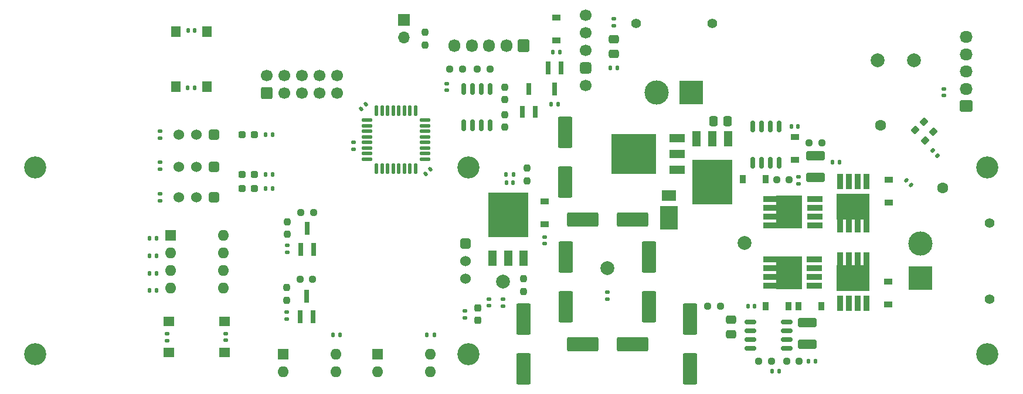
<source format=gbr>
%TF.GenerationSoftware,KiCad,Pcbnew,(6.0.11)*%
%TF.CreationDate,2023-09-13T08:26:01+09:00*%
%TF.ProjectId,MD,4d442e6b-6963-4616-945f-706362585858,rev?*%
%TF.SameCoordinates,Original*%
%TF.FileFunction,Soldermask,Top*%
%TF.FilePolarity,Negative*%
%FSLAX46Y46*%
G04 Gerber Fmt 4.6, Leading zero omitted, Abs format (unit mm)*
G04 Created by KiCad (PCBNEW (6.0.11)) date 2023-09-13 08:26:01*
%MOMM*%
%LPD*%
G01*
G04 APERTURE LIST*
G04 Aperture macros list*
%AMRoundRect*
0 Rectangle with rounded corners*
0 $1 Rounding radius*
0 $2 $3 $4 $5 $6 $7 $8 $9 X,Y pos of 4 corners*
0 Add a 4 corners polygon primitive as box body*
4,1,4,$2,$3,$4,$5,$6,$7,$8,$9,$2,$3,0*
0 Add four circle primitives for the rounded corners*
1,1,$1+$1,$2,$3*
1,1,$1+$1,$4,$5*
1,1,$1+$1,$6,$7*
1,1,$1+$1,$8,$9*
0 Add four rect primitives between the rounded corners*
20,1,$1+$1,$2,$3,$4,$5,0*
20,1,$1+$1,$4,$5,$6,$7,0*
20,1,$1+$1,$6,$7,$8,$9,0*
20,1,$1+$1,$8,$9,$2,$3,0*%
%AMHorizOval*
0 Thick line with rounded ends*
0 $1 width*
0 $2 $3 position (X,Y) of the first rounded end (center of the circle)*
0 $4 $5 position (X,Y) of the second rounded end (center of the circle)*
0 Add line between two ends*
20,1,$1,$2,$3,$4,$5,0*
0 Add two circle primitives to create the rounded ends*
1,1,$1,$2,$3*
1,1,$1,$4,$5*%
G04 Aperture macros list end*
%ADD10C,3.200000*%
%ADD11RoundRect,0.125000X-0.625000X-0.125000X0.625000X-0.125000X0.625000X0.125000X-0.625000X0.125000X0*%
%ADD12RoundRect,0.125000X-0.125000X-0.625000X0.125000X-0.625000X0.125000X0.625000X-0.125000X0.625000X0*%
%ADD13RoundRect,0.250001X0.799999X-1.999999X0.799999X1.999999X-0.799999X1.999999X-0.799999X-1.999999X0*%
%ADD14R,0.900000X1.200000*%
%ADD15RoundRect,0.135000X-0.226274X-0.035355X-0.035355X-0.226274X0.226274X0.035355X0.035355X0.226274X0*%
%ADD16C,2.000000*%
%ADD17RoundRect,0.135000X-0.135000X-0.185000X0.135000X-0.185000X0.135000X0.185000X-0.135000X0.185000X0*%
%ADD18RoundRect,0.140000X-0.170000X0.140000X-0.170000X-0.140000X0.170000X-0.140000X0.170000X0.140000X0*%
%ADD19RoundRect,0.135000X0.185000X-0.135000X0.185000X0.135000X-0.185000X0.135000X-0.185000X-0.135000X0*%
%ADD20RoundRect,0.250001X1.999999X0.799999X-1.999999X0.799999X-1.999999X-0.799999X1.999999X-0.799999X0*%
%ADD21RoundRect,0.135000X0.135000X0.185000X-0.135000X0.185000X-0.135000X-0.185000X0.135000X-0.185000X0*%
%ADD22RoundRect,0.237500X-0.250000X-0.237500X0.250000X-0.237500X0.250000X0.237500X-0.250000X0.237500X0*%
%ADD23RoundRect,0.250000X1.100000X-0.412500X1.100000X0.412500X-1.100000X0.412500X-1.100000X-0.412500X0*%
%ADD24R,1.200000X0.900000*%
%ADD25R,1.600000X1.400000*%
%ADD26R,1.600000X1.600000*%
%ADD27O,1.600000X1.600000*%
%ADD28RoundRect,0.250000X0.600000X0.675000X-0.600000X0.675000X-0.600000X-0.675000X0.600000X-0.675000X0*%
%ADD29O,1.700000X1.850000*%
%ADD30RoundRect,0.237500X-0.287500X-0.237500X0.287500X-0.237500X0.287500X0.237500X-0.287500X0.237500X0*%
%ADD31RoundRect,0.250000X0.600000X-0.600000X0.600000X0.600000X-0.600000X0.600000X-0.600000X-0.600000X0*%
%ADD32C,1.700000*%
%ADD33RoundRect,0.140000X0.170000X-0.140000X0.170000X0.140000X-0.170000X0.140000X-0.170000X-0.140000X0*%
%ADD34R,2.200000X1.200000*%
%ADD35R,6.400000X5.800000*%
%ADD36RoundRect,0.237500X0.237500X-0.250000X0.237500X0.250000X-0.237500X0.250000X-0.237500X-0.250000X0*%
%ADD37RoundRect,0.140000X0.021213X-0.219203X0.219203X-0.021213X-0.021213X0.219203X-0.219203X0.021213X0*%
%ADD38RoundRect,0.250001X-0.799999X1.999999X-0.799999X-1.999999X0.799999X-1.999999X0.799999X1.999999X0*%
%ADD39RoundRect,0.250000X-0.475000X0.337500X-0.475000X-0.337500X0.475000X-0.337500X0.475000X0.337500X0*%
%ADD40RoundRect,0.237500X0.035355X0.371231X-0.371231X-0.035355X-0.035355X-0.371231X0.371231X0.035355X0*%
%ADD41R,1.400000X1.600000*%
%ADD42R,2.225000X0.850000*%
%ADD43R,3.750000X4.700000*%
%ADD44R,1.825000X0.850000*%
%ADD45C,1.400000*%
%ADD46R,3.500000X3.500000*%
%ADD47C,3.500000*%
%ADD48RoundRect,0.250000X-1.100000X0.412500X-1.100000X-0.412500X1.100000X-0.412500X1.100000X0.412500X0*%
%ADD49RoundRect,0.381000X-0.381000X0.381000X-0.381000X-0.381000X0.381000X-0.381000X0.381000X0.381000X0*%
%ADD50C,1.524000*%
%ADD51RoundRect,0.237500X-0.237500X0.250000X-0.237500X-0.250000X0.237500X-0.250000X0.237500X0.250000X0*%
%ADD52RoundRect,0.150000X-0.150000X0.675000X-0.150000X-0.675000X0.150000X-0.675000X0.150000X0.675000X0*%
%ADD53RoundRect,0.237500X0.250000X0.237500X-0.250000X0.237500X-0.250000X-0.237500X0.250000X-0.237500X0*%
%ADD54RoundRect,0.237500X-0.035355X-0.371231X0.371231X0.035355X0.035355X0.371231X-0.371231X-0.035355X0*%
%ADD55R,0.800000X1.900000*%
%ADD56RoundRect,0.150000X0.150000X-0.675000X0.150000X0.675000X-0.150000X0.675000X-0.150000X-0.675000X0*%
%ADD57R,0.850000X2.225000*%
%ADD58R,0.850000X1.825000*%
%ADD59R,4.700000X3.750000*%
%ADD60RoundRect,0.135000X-0.185000X0.135000X-0.185000X-0.135000X0.185000X-0.135000X0.185000X0.135000X0*%
%ADD61RoundRect,0.140000X0.140000X0.170000X-0.140000X0.170000X-0.140000X-0.170000X0.140000X-0.170000X0*%
%ADD62R,1.700000X1.700000*%
%ADD63O,1.700000X1.700000*%
%ADD64R,1.200000X2.200000*%
%ADD65R,5.800000X6.400000*%
%ADD66RoundRect,0.250000X0.675000X-0.600000X0.675000X0.600000X-0.675000X0.600000X-0.675000X-0.600000X0*%
%ADD67O,1.850000X1.700000*%
%ADD68RoundRect,0.140000X-0.021213X0.219203X-0.219203X0.021213X0.021213X-0.219203X0.219203X-0.021213X0*%
%ADD69RoundRect,0.140000X-0.219203X-0.021213X-0.021213X-0.219203X0.219203X0.021213X0.021213X0.219203X0*%
%ADD70RoundRect,0.237500X0.237500X-0.287500X0.237500X0.287500X-0.237500X0.287500X-0.237500X-0.287500X0*%
%ADD71RoundRect,0.150000X-0.675000X-0.150000X0.675000X-0.150000X0.675000X0.150000X-0.675000X0.150000X0*%
%ADD72RoundRect,0.250001X-1.999999X-0.799999X1.999999X-0.799999X1.999999X0.799999X-1.999999X0.799999X0*%
%ADD73R,2.600000X3.400000*%
%ADD74R,2.000000X1.500000*%
%ADD75RoundRect,0.425000X0.425000X0.425000X-0.425000X0.425000X-0.425000X-0.425000X0.425000X-0.425000X0*%
%ADD76RoundRect,0.140000X-0.140000X-0.170000X0.140000X-0.170000X0.140000X0.170000X-0.140000X0.170000X0*%
%ADD77RoundRect,0.381000X-0.381000X-0.381000X0.381000X-0.381000X0.381000X0.381000X-0.381000X0.381000X0*%
%ADD78RoundRect,0.250000X-0.337500X-0.475000X0.337500X-0.475000X0.337500X0.475000X-0.337500X0.475000X0*%
%ADD79R,0.800000X1.800000*%
%ADD80C,1.600000*%
%ADD81HorizOval,1.600000X0.000000X0.000000X0.000000X0.000000X0*%
G04 APERTURE END LIST*
D10*
%TO.C,H8*%
X148520000Y-128460000D03*
%TD*%
D11*
%TO.C,U2*%
X133913400Y-94602675D03*
X133913400Y-95402675D03*
X133913400Y-96202675D03*
X133913400Y-97002675D03*
X133913400Y-97802675D03*
X133913400Y-98602675D03*
X133913400Y-99402675D03*
X133913400Y-100202675D03*
D12*
X135288400Y-101577675D03*
X136088400Y-101577675D03*
X136888400Y-101577675D03*
X137688400Y-101577675D03*
X138488400Y-101577675D03*
X139288400Y-101577675D03*
X140088400Y-101577675D03*
X140888400Y-101577675D03*
D11*
X142263400Y-100202675D03*
X142263400Y-99402675D03*
X142263400Y-98602675D03*
X142263400Y-97802675D03*
X142263400Y-97002675D03*
X142263400Y-96202675D03*
X142263400Y-95402675D03*
X142263400Y-94602675D03*
D12*
X140888400Y-93227675D03*
X140088400Y-93227675D03*
X139288400Y-93227675D03*
X138488400Y-93227675D03*
X137688400Y-93227675D03*
X136888400Y-93227675D03*
X136088400Y-93227675D03*
X135288400Y-93227675D03*
%TD*%
D13*
%TO.C,C32*%
X162520000Y-103560000D03*
X162520000Y-96360000D03*
%TD*%
D14*
%TO.C,D15*%
X196250000Y-121450000D03*
X199550000Y-121450000D03*
%TD*%
D15*
%TO.C,R62*%
X215578752Y-98968752D03*
X216300000Y-99690000D03*
%TD*%
D16*
%TO.C,TP2*%
X168620000Y-115960000D03*
%TD*%
D17*
%TO.C,R7*%
X102510000Y-111710000D03*
X103530000Y-111710000D03*
%TD*%
D18*
%TO.C,C11*%
X131920000Y-97800000D03*
X131920000Y-98760000D03*
%TD*%
D10*
%TO.C,H9*%
X223519999Y-128460000D03*
%TD*%
D17*
%TO.C,R10*%
X102510000Y-114210000D03*
X103530000Y-114210000D03*
%TD*%
D19*
%TO.C,R35*%
X122350000Y-113680000D03*
X122350000Y-112660000D03*
%TD*%
D20*
%TO.C,C13*%
X172220000Y-108982500D03*
X165020000Y-108982500D03*
%TD*%
D18*
%TO.C,C29*%
X217180000Y-90090000D03*
X217180000Y-91050000D03*
%TD*%
D21*
%TO.C,R53*%
X202130000Y-100640000D03*
X201110000Y-100640000D03*
%TD*%
D17*
%TO.C,R5*%
X169020000Y-87060000D03*
X170040000Y-87060000D03*
%TD*%
D19*
%TO.C,R1*%
X105020000Y-126470000D03*
X105020000Y-125450000D03*
%TD*%
D22*
%TO.C,R37*%
X124245000Y-117610000D03*
X126070000Y-117610000D03*
%TD*%
D19*
%TO.C,R2*%
X104020000Y-101720000D03*
X104020000Y-100700000D03*
%TD*%
D23*
%TO.C,C24*%
X198670000Y-102847500D03*
X198670000Y-99722500D03*
%TD*%
D22*
%TO.C,R47*%
X197757500Y-97885000D03*
X199582500Y-97885000D03*
%TD*%
D18*
%TO.C,C10*%
X151520000Y-120480000D03*
X151520000Y-121440000D03*
%TD*%
D24*
%TO.C,D18*%
X209220000Y-106535000D03*
X209220000Y-103235000D03*
%TD*%
D19*
%TO.C,R18*%
X153520000Y-121470000D03*
X153520000Y-120450000D03*
%TD*%
D17*
%TO.C,R12*%
X102510000Y-119210000D03*
X103530000Y-119210000D03*
%TD*%
%TO.C,R41*%
X128970000Y-125620000D03*
X129990000Y-125620000D03*
%TD*%
D19*
%TO.C,R29*%
X148060000Y-123172500D03*
X148060000Y-122152500D03*
%TD*%
D21*
%TO.C,R50*%
X193410000Y-130850000D03*
X192390000Y-130850000D03*
%TD*%
D25*
%TO.C,SW3*%
X105320000Y-123710000D03*
X113320000Y-123710000D03*
X113320000Y-128210000D03*
X105320000Y-128210000D03*
%TD*%
D26*
%TO.C,SW4*%
X105520000Y-111210000D03*
D27*
X105520000Y-113750000D03*
X105520000Y-116290000D03*
X105520000Y-118830000D03*
X113140000Y-118830000D03*
X113140000Y-116290000D03*
X113140000Y-113750000D03*
X113140000Y-111210000D03*
%TD*%
D28*
%TO.C,J3*%
X156520000Y-83855000D03*
D29*
X154020000Y-83855000D03*
X151520000Y-83855000D03*
X149020000Y-83855000D03*
X146520000Y-83855000D03*
%TD*%
D30*
%TO.C,D3*%
X115895000Y-102440000D03*
X117645000Y-102440000D03*
%TD*%
D16*
%TO.C,TP5*%
X207680000Y-85900000D03*
%TD*%
D18*
%TO.C,C26*%
X145410000Y-89298656D03*
X145410000Y-90258656D03*
%TD*%
D31*
%TO.C,J2*%
X119440000Y-90657500D03*
D32*
X119440000Y-88117500D03*
X121980000Y-90657500D03*
X121980000Y-88117500D03*
X124520000Y-90657500D03*
X124520000Y-88117500D03*
X127060000Y-90657500D03*
X127060000Y-88117500D03*
X129600000Y-90657500D03*
X129600000Y-88117500D03*
%TD*%
D17*
%TO.C,R15*%
X108010000Y-89930000D03*
X109030000Y-89930000D03*
%TD*%
D33*
%TO.C,C1*%
X113520000Y-126440000D03*
X113520000Y-125480000D03*
%TD*%
D17*
%TO.C,R9*%
X119260000Y-104480000D03*
X120280000Y-104480000D03*
%TD*%
D34*
%TO.C,Q1*%
X178720000Y-101740000D03*
X178720000Y-99460000D03*
D35*
X172420000Y-99460000D03*
D34*
X178720000Y-97180000D03*
%TD*%
D36*
%TO.C,R56*%
X153770000Y-95622500D03*
X153770000Y-93797500D03*
%TD*%
D37*
%TO.C,C7*%
X133050589Y-92979411D03*
X133729411Y-92300589D03*
%TD*%
D16*
%TO.C,TP1*%
X188450000Y-112360000D03*
%TD*%
D38*
%TO.C,C16*%
X174620000Y-114382500D03*
X174620000Y-121582500D03*
%TD*%
D39*
%TO.C,C2*%
X169550000Y-82882500D03*
X169550000Y-84957500D03*
%TD*%
D30*
%TO.C,D6*%
X115895000Y-96710000D03*
X117645000Y-96710000D03*
%TD*%
D40*
%TO.C,D22*%
X215709999Y-96270001D03*
X214472563Y-97507437D03*
%TD*%
D41*
%TO.C,SW7*%
X110770000Y-81780000D03*
X110770000Y-89780000D03*
X106270000Y-81780000D03*
X106270000Y-89780000D03*
%TD*%
D42*
%TO.C,Q14*%
X198537500Y-118555000D03*
X198537500Y-117285000D03*
X198537500Y-116015000D03*
X198537500Y-114745000D03*
D43*
X194850000Y-116650000D03*
D44*
X192062500Y-116015000D03*
X192062500Y-117285000D03*
X192062500Y-114745000D03*
X192062500Y-118555000D03*
%TD*%
D45*
%TO.C,J4*%
X223845000Y-120460000D03*
X223845000Y-109460000D03*
D46*
X213845000Y-117460000D03*
D47*
X213845000Y-112460000D03*
%TD*%
D48*
%TO.C,C23*%
X197500000Y-123887500D03*
X197500000Y-127012500D03*
%TD*%
D49*
%TO.C,SW6*%
X111810000Y-96710000D03*
D50*
X109270000Y-96710000D03*
X106730000Y-96710000D03*
%TD*%
D19*
%TO.C,R14*%
X168620000Y-120470000D03*
X168620000Y-119450000D03*
%TD*%
D21*
%TO.C,R51*%
X198710000Y-129450000D03*
X197690000Y-129450000D03*
%TD*%
D51*
%TO.C,R31*%
X122270000Y-118797500D03*
X122270000Y-120622500D03*
%TD*%
D52*
%TO.C,U8*%
X193425000Y-95460000D03*
X192155000Y-95460000D03*
X190885000Y-95460000D03*
X189615000Y-95460000D03*
X189615000Y-100710000D03*
X190885000Y-100710000D03*
X192155000Y-100710000D03*
X193425000Y-100710000D03*
%TD*%
D53*
%TO.C,R63*%
X184932500Y-121460000D03*
X183107500Y-121460000D03*
%TD*%
D54*
%TO.C,D21*%
X213060118Y-96020745D03*
X214297554Y-94783309D03*
%TD*%
D55*
%TO.C,Q2*%
X161930000Y-87040000D03*
X160030000Y-87040000D03*
X160980000Y-90040000D03*
%TD*%
D51*
%TO.C,R65*%
X156520000Y-117547500D03*
X156520000Y-119372500D03*
%TD*%
D42*
%TO.C,Q16*%
X198557500Y-109790000D03*
X198557500Y-108520000D03*
X198557500Y-107250000D03*
X198557500Y-105980000D03*
D44*
X192082500Y-108520000D03*
X192082500Y-107250000D03*
X192082500Y-109790000D03*
D43*
X194870000Y-107885000D03*
D44*
X192082500Y-105980000D03*
%TD*%
D56*
%TO.C,U10*%
X147865000Y-95335000D03*
X149135000Y-95335000D03*
X150405000Y-95335000D03*
X151675000Y-95335000D03*
X151675000Y-90085000D03*
X150405000Y-90085000D03*
X149135000Y-90085000D03*
X147865000Y-90085000D03*
%TD*%
D45*
%TO.C,J1*%
X183730000Y-80595000D03*
X172730000Y-80595000D03*
D46*
X180730000Y-90595000D03*
D47*
X175730000Y-90595000D03*
%TD*%
D57*
%TO.C,Q15*%
X202195000Y-121087500D03*
X203465000Y-121087500D03*
X204735000Y-121087500D03*
X206005000Y-121087500D03*
D58*
X203465000Y-114612500D03*
X202195000Y-114612500D03*
X204735000Y-114612500D03*
D59*
X204100000Y-117400000D03*
D58*
X206005000Y-114612500D03*
%TD*%
D10*
%TO.C,H7*%
X86019999Y-128460000D03*
%TD*%
D60*
%TO.C,R52*%
X196220000Y-102775000D03*
X196220000Y-103795000D03*
%TD*%
D24*
%TO.C,D1*%
X161260000Y-83040000D03*
X161260000Y-79740000D03*
%TD*%
D10*
%TO.C,H5*%
X148520000Y-101460000D03*
%TD*%
D22*
%TO.C,R38*%
X124337500Y-107970000D03*
X126162500Y-107970000D03*
%TD*%
D61*
%TO.C,C20*%
X189880000Y-121450000D03*
X188920000Y-121450000D03*
%TD*%
D51*
%TO.C,R32*%
X122350000Y-109257500D03*
X122350000Y-111082500D03*
%TD*%
D22*
%TO.C,R46*%
X193057500Y-103185000D03*
X194882500Y-103185000D03*
%TD*%
D57*
%TO.C,Q17*%
X206025000Y-103447500D03*
X204755000Y-103447500D03*
X203485000Y-103447500D03*
X202215000Y-103447500D03*
D58*
X204755000Y-109922500D03*
D59*
X204120000Y-107135000D03*
D58*
X203485000Y-109922500D03*
X202215000Y-109922500D03*
X206025000Y-109922500D03*
%TD*%
D21*
%TO.C,R40*%
X143600000Y-125610000D03*
X142580000Y-125610000D03*
%TD*%
D24*
%TO.C,D13*%
X195670000Y-100335000D03*
X195670000Y-97035000D03*
%TD*%
D62*
%TO.C,JP1*%
X139270000Y-80050000D03*
D63*
X139270000Y-82590000D03*
%TD*%
D64*
%TO.C,U3*%
X151990000Y-114585000D03*
D65*
X154270000Y-108285000D03*
D64*
X154270000Y-114585000D03*
X156550000Y-114585000D03*
%TD*%
D19*
%TO.C,R17*%
X104040000Y-97230000D03*
X104040000Y-96210000D03*
%TD*%
D18*
%TO.C,C14*%
X159520000Y-111480000D03*
X159520000Y-112440000D03*
%TD*%
D53*
%TO.C,R58*%
X151682500Y-87210000D03*
X149857500Y-87210000D03*
%TD*%
D39*
%TO.C,C18*%
X186510000Y-123452500D03*
X186510000Y-125527500D03*
%TD*%
D17*
%TO.C,R8*%
X119260000Y-102440000D03*
X120280000Y-102440000D03*
%TD*%
D51*
%TO.C,R60*%
X142320000Y-81897500D03*
X142320000Y-83722500D03*
%TD*%
D66*
%TO.C,J5*%
X220470000Y-92560000D03*
D67*
X220470000Y-90060000D03*
X220470000Y-87560000D03*
X220470000Y-85060000D03*
X220470000Y-82560000D03*
%TD*%
D61*
%TO.C,C15*%
X155020000Y-103600000D03*
X154060000Y-103600000D03*
%TD*%
D68*
%TO.C,C9*%
X143038147Y-101645315D03*
X142359325Y-102324137D03*
%TD*%
D24*
%TO.C,D16*%
X209200000Y-117900000D03*
X209200000Y-121200000D03*
%TD*%
D22*
%TO.C,R45*%
X194487500Y-129450000D03*
X196312500Y-129450000D03*
%TD*%
D64*
%TO.C,Q3*%
X186075000Y-97260000D03*
X183795000Y-97260000D03*
D65*
X183795000Y-103560000D03*
D64*
X181515000Y-97260000D03*
%TD*%
D21*
%TO.C,R13*%
X161790000Y-84770000D03*
X160770000Y-84770000D03*
%TD*%
D55*
%TO.C,Q9*%
X124220000Y-123010000D03*
X126120000Y-123010000D03*
X125170000Y-120010000D03*
%TD*%
D21*
%TO.C,R6*%
X161510000Y-92240000D03*
X160490000Y-92240000D03*
%TD*%
D69*
%TO.C,C28*%
X211820589Y-103300589D03*
X212499411Y-103979411D03*
%TD*%
D17*
%TO.C,R30*%
X154010000Y-102460000D03*
X155030000Y-102460000D03*
%TD*%
D14*
%TO.C,D12*%
X194750000Y-121450000D03*
X191450000Y-121450000D03*
%TD*%
D36*
%TO.C,R66*%
X157020000Y-103372500D03*
X157020000Y-101547500D03*
%TD*%
D30*
%TO.C,D4*%
X115895000Y-104480000D03*
X117645000Y-104480000D03*
%TD*%
D61*
%TO.C,C8*%
X109000000Y-81600000D03*
X108040000Y-81600000D03*
%TD*%
D17*
%TO.C,R11*%
X102510000Y-116710000D03*
X103530000Y-116710000D03*
%TD*%
D16*
%TO.C,TP3*%
X153520000Y-117960000D03*
%TD*%
D17*
%TO.C,R16*%
X119260000Y-96710000D03*
X120280000Y-96710000D03*
%TD*%
D70*
%TO.C,D11*%
X149940000Y-123535000D03*
X149940000Y-121785000D03*
%TD*%
D36*
%TO.C,R57*%
X153770000Y-91622500D03*
X153770000Y-89797500D03*
%TD*%
D19*
%TO.C,R3*%
X104020000Y-106220000D03*
X104020000Y-105200000D03*
%TD*%
D71*
%TO.C,U7*%
X189275000Y-123745000D03*
X189275000Y-125015000D03*
X189275000Y-126285000D03*
X189275000Y-127555000D03*
X194525000Y-127555000D03*
X194525000Y-126285000D03*
X194525000Y-125015000D03*
X194525000Y-123745000D03*
%TD*%
D19*
%TO.C,R4*%
X169530000Y-80950000D03*
X169530000Y-79930000D03*
%TD*%
D53*
%TO.C,R59*%
X147682500Y-87210000D03*
X145857500Y-87210000D03*
%TD*%
D72*
%TO.C,C5*%
X165020000Y-126982500D03*
X172220000Y-126982500D03*
%TD*%
D38*
%TO.C,C30*%
X162620000Y-114382500D03*
X162620000Y-121582500D03*
%TD*%
D73*
%TO.C,D2*%
X177520000Y-108670000D03*
D74*
X177520000Y-105450000D03*
%TD*%
D75*
%TO.C,SW5*%
X165520000Y-87000000D03*
D32*
X165520000Y-84460000D03*
X165520000Y-81920000D03*
X165520000Y-89540000D03*
X165520000Y-79380000D03*
%TD*%
D16*
%TO.C,TP4*%
X212870000Y-85900000D03*
%TD*%
D76*
%TO.C,C21*%
X195190000Y-95485000D03*
X196150000Y-95485000D03*
%TD*%
D38*
%TO.C,C4*%
X180520000Y-123382500D03*
X180520000Y-130582500D03*
%TD*%
D24*
%TO.C,D7*%
X159520000Y-109610000D03*
X159520000Y-106310000D03*
%TD*%
D55*
%TO.C,Q10*%
X124300000Y-113270000D03*
X126200000Y-113270000D03*
X125250000Y-110270000D03*
%TD*%
D22*
%TO.C,R44*%
X190487500Y-129450000D03*
X192312500Y-129450000D03*
%TD*%
D77*
%TO.C,U1*%
X148143000Y-112420000D03*
D50*
X148143000Y-114960000D03*
X148143000Y-117500000D03*
%TD*%
D26*
%TO.C,U4*%
X135390000Y-128435000D03*
D27*
X135390000Y-130975000D03*
X143010000Y-130975000D03*
X143010000Y-128435000D03*
%TD*%
D19*
%TO.C,R34*%
X122270000Y-123320000D03*
X122270000Y-122300000D03*
%TD*%
D78*
%TO.C,C17*%
X183912500Y-94700000D03*
X185987500Y-94700000D03*
%TD*%
D38*
%TO.C,C31*%
X156520000Y-123360000D03*
X156520000Y-130560000D03*
%TD*%
D79*
%TO.C,Q13*%
X156320000Y-93360000D03*
X158220000Y-93360000D03*
X157270000Y-90060000D03*
%TD*%
D10*
%TO.C,H6*%
X223519999Y-101460000D03*
%TD*%
D49*
%TO.C,SW1*%
X111810000Y-101310000D03*
D50*
X109270000Y-101310000D03*
X106730000Y-101310000D03*
%TD*%
D26*
%TO.C,U5*%
X121780000Y-128445000D03*
D27*
X121780000Y-130985000D03*
X129400000Y-130985000D03*
X129400000Y-128445000D03*
%TD*%
D10*
%TO.C,H4*%
X86019999Y-101460000D03*
%TD*%
D80*
%TO.C,R61*%
X217040000Y-104350000D03*
D81*
X208059744Y-95369744D03*
%TD*%
D49*
%TO.C,SW2*%
X111810000Y-105710000D03*
D50*
X109270000Y-105710000D03*
X106730000Y-105710000D03*
%TD*%
D14*
%TO.C,D17*%
X188170000Y-103085000D03*
X191470000Y-103085000D03*
%TD*%
M02*

</source>
